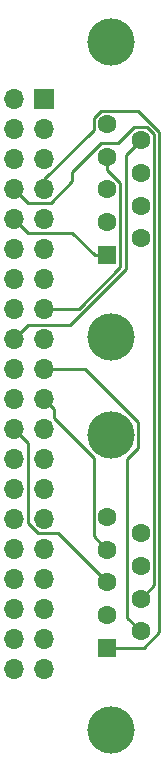
<source format=gbr>
G04 #@! TF.GenerationSoftware,KiCad,Pcbnew,(5.1.5)-3*
G04 #@! TF.CreationDate,2020-11-07T17:13:46+10:00*
G04 #@! TF.ProjectId,RaspberryPiGPIO-DualSegaController,52617370-6265-4727-9279-50694750494f,rev?*
G04 #@! TF.SameCoordinates,Original*
G04 #@! TF.FileFunction,Copper,L2,Bot*
G04 #@! TF.FilePolarity,Positive*
%FSLAX46Y46*%
G04 Gerber Fmt 4.6, Leading zero omitted, Abs format (unit mm)*
G04 Created by KiCad (PCBNEW (5.1.5)-3) date 2020-11-07 17:13:46*
%MOMM*%
%LPD*%
G04 APERTURE LIST*
%ADD10R,1.600000X1.600000*%
%ADD11C,1.600000*%
%ADD12C,4.000000*%
%ADD13O,1.700000X1.700000*%
%ADD14R,1.700000X1.700000*%
%ADD15C,0.250000*%
%ADD16C,0.254000*%
G04 APERTURE END LIST*
D10*
X114554000Y-80264000D03*
D11*
X114554000Y-77494000D03*
X114554000Y-74724000D03*
X114554000Y-71954000D03*
X114554000Y-69184000D03*
X117394000Y-78879000D03*
X117394000Y-76109000D03*
X117394000Y-73339000D03*
X117394000Y-70569000D03*
D12*
X114854000Y-87224000D03*
X114854000Y-62224000D03*
X114854000Y-95498000D03*
X114854000Y-120498000D03*
D11*
X117394000Y-103843000D03*
X117394000Y-106613000D03*
X117394000Y-109383000D03*
X117394000Y-112153000D03*
X114554000Y-102458000D03*
X114554000Y-105228000D03*
X114554000Y-107998000D03*
X114554000Y-110768000D03*
D10*
X114554000Y-113538000D03*
D13*
X106680000Y-115316000D03*
X109220000Y-115316000D03*
X106680000Y-112776000D03*
X109220000Y-112776000D03*
X106680000Y-110236000D03*
X109220000Y-110236000D03*
X106680000Y-107696000D03*
X109220000Y-107696000D03*
X106680000Y-105156000D03*
X109220000Y-105156000D03*
X106680000Y-102616000D03*
X109220000Y-102616000D03*
X106680000Y-100076000D03*
X109220000Y-100076000D03*
X106680000Y-97536000D03*
X109220000Y-97536000D03*
X106680000Y-94996000D03*
X109220000Y-94996000D03*
X106680000Y-92456000D03*
X109220000Y-92456000D03*
X106680000Y-89916000D03*
X109220000Y-89916000D03*
X106680000Y-87376000D03*
X109220000Y-87376000D03*
X106680000Y-84836000D03*
X109220000Y-84836000D03*
X106680000Y-82296000D03*
X109220000Y-82296000D03*
X106680000Y-79756000D03*
X109220000Y-79756000D03*
X106680000Y-77216000D03*
X109220000Y-77216000D03*
X106680000Y-74676000D03*
X109220000Y-74676000D03*
X106680000Y-72136000D03*
X109220000Y-72136000D03*
X106680000Y-69596000D03*
X109220000Y-69596000D03*
X106680000Y-67056000D03*
D14*
X109220000Y-67056000D03*
D15*
X117394000Y-73339000D02*
X117394000Y-73128998D01*
X107188000Y-98044000D02*
X106680000Y-97536000D01*
X107855001Y-96171001D02*
X106680000Y-94996000D01*
X107855001Y-102990003D02*
X107855001Y-96171001D01*
X110395001Y-103839001D02*
X108703999Y-103839001D01*
X108703999Y-103839001D02*
X107855001Y-102990003D01*
X114554000Y-107998000D02*
X110395001Y-103839001D01*
X109678370Y-94996000D02*
X109220000Y-94996000D01*
X113428999Y-104102999D02*
X114554000Y-105228000D01*
X113428999Y-97465997D02*
X113428999Y-104102999D01*
X110069999Y-94106997D02*
X113428999Y-97465997D01*
X110069999Y-93305999D02*
X110069999Y-94106997D01*
X109220000Y-92456000D02*
X110069999Y-93305999D01*
X112713002Y-89916000D02*
X109220000Y-89916000D01*
X117179001Y-94381999D02*
X112713002Y-89916000D01*
X117179001Y-96614001D02*
X117179001Y-94381999D01*
X116268999Y-111027999D02*
X116268999Y-97524003D01*
X116268999Y-97524003D02*
X117179001Y-96614001D01*
X117394000Y-112153000D02*
X116268999Y-111027999D01*
X107855001Y-86200999D02*
X106680000Y-87376000D01*
X111438413Y-86200999D02*
X107855001Y-86200999D01*
X116129010Y-81510402D02*
X111438413Y-86200999D01*
X116129011Y-71833989D02*
X116129010Y-81510402D01*
X117394000Y-70569000D02*
X116129011Y-71833989D01*
X112167002Y-84836000D02*
X109220000Y-84836000D01*
X115679001Y-81324001D02*
X112167002Y-84836000D01*
X115679001Y-74210371D02*
X115679001Y-81324001D01*
X114554000Y-73085370D02*
X115679001Y-74210371D01*
X114554000Y-71954000D02*
X114554000Y-73085370D01*
X107855001Y-78391001D02*
X106680000Y-77216000D01*
X111631001Y-78391001D02*
X107855001Y-78391001D01*
X113504000Y-80264000D02*
X111631001Y-78391001D01*
X114554000Y-80264000D02*
X113504000Y-80264000D01*
X118519001Y-108257999D02*
X117394000Y-109383000D01*
X118519001Y-70028999D02*
X118519001Y-108257999D01*
X117934001Y-69443999D02*
X118519001Y-70028999D01*
X116853999Y-69443999D02*
X117934001Y-69443999D01*
X115468999Y-70828999D02*
X116853999Y-69443999D01*
X114013999Y-70828999D02*
X115468999Y-70828999D01*
X111627010Y-73215988D02*
X114013999Y-70828999D01*
X111627010Y-74007992D02*
X111627010Y-73215988D01*
X109784001Y-75851001D02*
X111627010Y-74007992D01*
X107855001Y-75851001D02*
X109784001Y-75851001D01*
X106680000Y-74676000D02*
X107855001Y-75851001D01*
X117674002Y-113538000D02*
X114554000Y-113538000D01*
X118969011Y-112242991D02*
X117674002Y-113538000D01*
X114013999Y-68058999D02*
X117185411Y-68058999D01*
X113428999Y-68643999D02*
X114013999Y-68058999D01*
X113428999Y-69666003D02*
X113428999Y-68643999D01*
X118969011Y-69842599D02*
X118969011Y-112242991D01*
X109220000Y-73875002D02*
X113428999Y-69666003D01*
X117185411Y-68058999D02*
X118969011Y-69842599D01*
X109220000Y-74676000D02*
X109220000Y-73875002D01*
D16*
G36*
X106807000Y-107569000D02*
G01*
X106827000Y-107569000D01*
X106827000Y-107823000D01*
X106807000Y-107823000D01*
X106807000Y-107843000D01*
X106553000Y-107843000D01*
X106553000Y-107823000D01*
X106533000Y-107823000D01*
X106533000Y-107569000D01*
X106553000Y-107569000D01*
X106553000Y-107549000D01*
X106807000Y-107549000D01*
X106807000Y-107569000D01*
G37*
X106807000Y-107569000D02*
X106827000Y-107569000D01*
X106827000Y-107823000D01*
X106807000Y-107823000D01*
X106807000Y-107843000D01*
X106553000Y-107843000D01*
X106553000Y-107823000D01*
X106533000Y-107823000D01*
X106533000Y-107569000D01*
X106553000Y-107569000D01*
X106553000Y-107549000D01*
X106807000Y-107549000D01*
X106807000Y-107569000D01*
G36*
X117587748Y-106598858D02*
G01*
X117573605Y-106613000D01*
X117587748Y-106627143D01*
X117408143Y-106806748D01*
X117394000Y-106792605D01*
X117379858Y-106806748D01*
X117200253Y-106627143D01*
X117214395Y-106613000D01*
X117200253Y-106598858D01*
X117379858Y-106419253D01*
X117394000Y-106433395D01*
X117408143Y-106419253D01*
X117587748Y-106598858D01*
G37*
X117587748Y-106598858D02*
X117573605Y-106613000D01*
X117587748Y-106627143D01*
X117408143Y-106806748D01*
X117394000Y-106792605D01*
X117379858Y-106806748D01*
X117200253Y-106627143D01*
X117214395Y-106613000D01*
X117200253Y-106598858D01*
X117379858Y-106419253D01*
X117394000Y-106433395D01*
X117408143Y-106419253D01*
X117587748Y-106598858D01*
G36*
X106807000Y-82169000D02*
G01*
X106827000Y-82169000D01*
X106827000Y-82423000D01*
X106807000Y-82423000D01*
X106807000Y-82443000D01*
X106553000Y-82443000D01*
X106553000Y-82423000D01*
X106533000Y-82423000D01*
X106533000Y-82169000D01*
X106553000Y-82169000D01*
X106553000Y-82149000D01*
X106807000Y-82149000D01*
X106807000Y-82169000D01*
G37*
X106807000Y-82169000D02*
X106827000Y-82169000D01*
X106827000Y-82423000D01*
X106807000Y-82423000D01*
X106807000Y-82443000D01*
X106553000Y-82443000D01*
X106553000Y-82423000D01*
X106533000Y-82423000D01*
X106533000Y-82169000D01*
X106553000Y-82169000D01*
X106553000Y-82149000D01*
X106807000Y-82149000D01*
X106807000Y-82169000D01*
G36*
X117587748Y-73324858D02*
G01*
X117573605Y-73339000D01*
X117587748Y-73353143D01*
X117408143Y-73532748D01*
X117394000Y-73518605D01*
X117379858Y-73532748D01*
X117200253Y-73353143D01*
X117214395Y-73339000D01*
X117200253Y-73324858D01*
X117379858Y-73145253D01*
X117394000Y-73159395D01*
X117408143Y-73145253D01*
X117587748Y-73324858D01*
G37*
X117587748Y-73324858D02*
X117573605Y-73339000D01*
X117587748Y-73353143D01*
X117408143Y-73532748D01*
X117394000Y-73518605D01*
X117379858Y-73532748D01*
X117200253Y-73353143D01*
X117214395Y-73339000D01*
X117200253Y-73324858D01*
X117379858Y-73145253D01*
X117394000Y-73159395D01*
X117408143Y-73145253D01*
X117587748Y-73324858D01*
M02*

</source>
